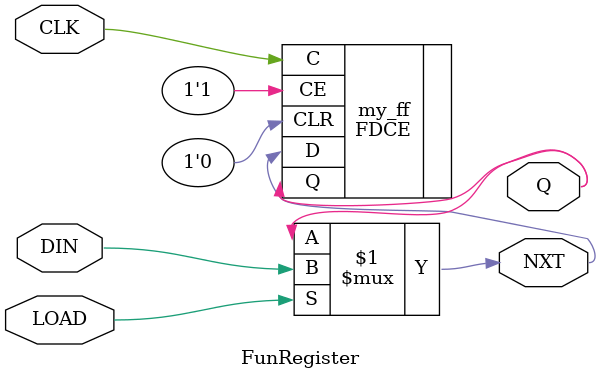
<source format=sv>
`timescale 1ns / 1ps
`default_nettype none
/***************************************************************************
*
* Module: FunRegister
*
* Author: Trevor Wiseman
* Class: <Class, Section, Semester> - ECEN 220, Section 2, Fall 2021
* Date: October 20th, 2021
*
* Description: A simple 1-bit register
*
*
****************************************************************************/

module FunRegister(
    input wire logic CLK, DIN, LOAD,
    output logic Q, NXT
);

assign NXT = LOAD?DIN:Q;
FDCE my_ff (.Q(Q), .C(CLK), .CE(1'b1), .CLR(1'b0), .D(NXT));

endmodule
</source>
